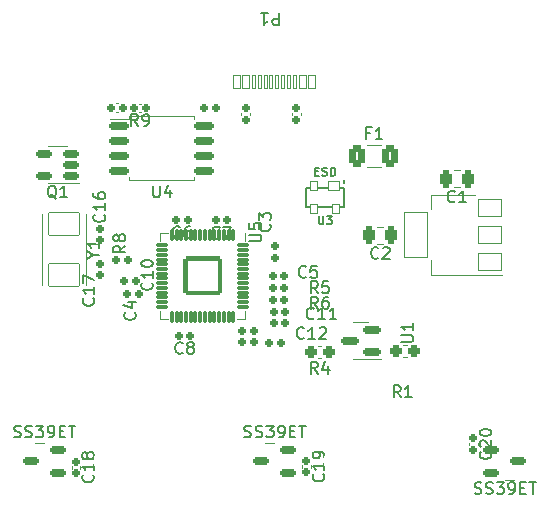
<source format=gbr>
%TF.GenerationSoftware,KiCad,Pcbnew,(7.0.0-0)*%
%TF.CreationDate,2023-03-14T21:41:36-05:00*%
%TF.ProjectId,RP2040_minimal,52503230-3430-45f6-9d69-6e696d616c2e,REV1*%
%TF.SameCoordinates,Original*%
%TF.FileFunction,Legend,Top*%
%TF.FilePolarity,Positive*%
%FSLAX46Y46*%
G04 Gerber Fmt 4.6, Leading zero omitted, Abs format (unit mm)*
G04 Created by KiCad (PCBNEW (7.0.0-0)) date 2023-03-14 21:41:36*
%MOMM*%
%LPD*%
G01*
G04 APERTURE LIST*
G04 Aperture macros list*
%AMRoundRect*
0 Rectangle with rounded corners*
0 $1 Rounding radius*
0 $2 $3 $4 $5 $6 $7 $8 $9 X,Y pos of 4 corners*
0 Add a 4 corners polygon primitive as box body*
4,1,4,$2,$3,$4,$5,$6,$7,$8,$9,$2,$3,0*
0 Add four circle primitives for the rounded corners*
1,1,$1+$1,$2,$3*
1,1,$1+$1,$4,$5*
1,1,$1+$1,$6,$7*
1,1,$1+$1,$8,$9*
0 Add four rect primitives between the rounded corners*
20,1,$1+$1,$2,$3,$4,$5,0*
20,1,$1+$1,$4,$5,$6,$7,0*
20,1,$1+$1,$6,$7,$8,$9,0*
20,1,$1+$1,$8,$9,$2,$3,0*%
G04 Aperture macros list end*
%ADD10C,0.150000*%
%ADD11C,0.120000*%
%ADD12RoundRect,0.294750X0.243750X0.456250X-0.243750X0.456250X-0.243750X-0.456250X0.243750X-0.456250X0*%
%ADD13RoundRect,0.198500X-0.147500X-0.172500X0.147500X-0.172500X0.147500X0.172500X-0.147500X0.172500X0*%
%ADD14RoundRect,0.198500X0.147500X0.172500X-0.147500X0.172500X-0.147500X-0.172500X0.147500X-0.172500X0*%
%ADD15RoundRect,0.051000X1.000000X0.750000X-1.000000X0.750000X-1.000000X-0.750000X1.000000X-0.750000X0*%
%ADD16RoundRect,0.051000X1.000000X1.900000X-1.000000X1.900000X-1.000000X-1.900000X1.000000X-1.900000X0*%
%ADD17RoundRect,0.201000X-0.650000X-0.150000X0.650000X-0.150000X0.650000X0.150000X-0.650000X0.150000X0*%
%ADD18RoundRect,0.198500X-0.172500X0.147500X-0.172500X-0.147500X0.172500X-0.147500X0.172500X0.147500X0*%
%ADD19RoundRect,0.101000X-0.050000X0.387500X-0.050000X-0.387500X0.050000X-0.387500X0.050000X0.387500X0*%
%ADD20RoundRect,0.101000X-0.387500X0.050000X-0.387500X-0.050000X0.387500X-0.050000X0.387500X0.050000X0*%
%ADD21RoundRect,0.195000X-1.456000X1.456000X-1.456000X-1.456000X1.456000X-1.456000X1.456000X1.456000X0*%
%ADD22RoundRect,0.198500X0.172500X-0.147500X0.172500X0.147500X-0.172500X0.147500X-0.172500X-0.147500X0*%
%ADD23RoundRect,0.051000X-1.300000X0.950000X-1.300000X-0.950000X1.300000X-0.950000X1.300000X0.950000X0*%
%ADD24RoundRect,0.191000X0.140000X0.170000X-0.140000X0.170000X-0.140000X-0.170000X0.140000X-0.170000X0*%
%ADD25RoundRect,0.201000X0.512500X0.150000X-0.512500X0.150000X-0.512500X-0.150000X0.512500X-0.150000X0*%
%ADD26RoundRect,0.276000X0.225000X0.250000X-0.225000X0.250000X-0.225000X-0.250000X0.225000X-0.250000X0*%
%ADD27RoundRect,0.201000X-0.512500X-0.150000X0.512500X-0.150000X0.512500X0.150000X-0.512500X0.150000X0*%
%ADD28RoundRect,0.050000X0.500000X0.350000X-0.500000X0.350000X-0.500000X-0.350000X0.500000X-0.350000X0*%
%ADD29RoundRect,0.050000X0.300000X0.350000X-0.300000X0.350000X-0.300000X-0.350000X0.300000X-0.350000X0*%
%ADD30RoundRect,0.201000X0.587500X0.150000X-0.587500X0.150000X-0.587500X-0.150000X0.587500X-0.150000X0*%
%ADD31RoundRect,0.191000X-0.170000X0.140000X-0.170000X-0.140000X0.170000X-0.140000X0.170000X0.140000X0*%
%ADD32RoundRect,0.191000X-0.140000X-0.170000X0.140000X-0.170000X0.140000X0.170000X-0.140000X0.170000X0*%
%ADD33RoundRect,0.051000X0.300000X0.575000X-0.300000X0.575000X-0.300000X-0.575000X0.300000X-0.575000X0*%
%ADD34RoundRect,0.051000X0.150000X0.575000X-0.150000X0.575000X-0.150000X-0.575000X0.150000X-0.575000X0*%
%ADD35O,1.102000X1.902000*%
%ADD36O,1.102000X2.302000*%
%ADD37RoundRect,0.301000X-0.375000X-0.625000X0.375000X-0.625000X0.375000X0.625000X-0.375000X0.625000X0*%
%ADD38C,3.302000*%
%ADD39C,1.802000*%
%ADD40C,4.402000*%
G04 APERTURE END LIST*
D10*
%TO.C,C2*%
X8803333Y17227858D02*
X8755714Y17180239D01*
X8755714Y17180239D02*
X8612857Y17132620D01*
X8612857Y17132620D02*
X8517619Y17132620D01*
X8517619Y17132620D02*
X8374762Y17180239D01*
X8374762Y17180239D02*
X8279524Y17275477D01*
X8279524Y17275477D02*
X8231905Y17370715D01*
X8231905Y17370715D02*
X8184286Y17561191D01*
X8184286Y17561191D02*
X8184286Y17704048D01*
X8184286Y17704048D02*
X8231905Y17894524D01*
X8231905Y17894524D02*
X8279524Y17989762D01*
X8279524Y17989762D02*
X8374762Y18085000D01*
X8374762Y18085000D02*
X8517619Y18132620D01*
X8517619Y18132620D02*
X8612857Y18132620D01*
X8612857Y18132620D02*
X8755714Y18085000D01*
X8755714Y18085000D02*
X8803333Y18037381D01*
X9184286Y18037381D02*
X9231905Y18085000D01*
X9231905Y18085000D02*
X9327143Y18132620D01*
X9327143Y18132620D02*
X9565238Y18132620D01*
X9565238Y18132620D02*
X9660476Y18085000D01*
X9660476Y18085000D02*
X9708095Y18037381D01*
X9708095Y18037381D02*
X9755714Y17942143D01*
X9755714Y17942143D02*
X9755714Y17846905D01*
X9755714Y17846905D02*
X9708095Y17704048D01*
X9708095Y17704048D02*
X9136667Y17132620D01*
X9136667Y17132620D02*
X9755714Y17132620D01*
%TO.C,C12*%
X2492142Y10456358D02*
X2444523Y10408739D01*
X2444523Y10408739D02*
X2301666Y10361120D01*
X2301666Y10361120D02*
X2206428Y10361120D01*
X2206428Y10361120D02*
X2063571Y10408739D01*
X2063571Y10408739D02*
X1968333Y10503977D01*
X1968333Y10503977D02*
X1920714Y10599215D01*
X1920714Y10599215D02*
X1873095Y10789691D01*
X1873095Y10789691D02*
X1873095Y10932548D01*
X1873095Y10932548D02*
X1920714Y11123024D01*
X1920714Y11123024D02*
X1968333Y11218262D01*
X1968333Y11218262D02*
X2063571Y11313500D01*
X2063571Y11313500D02*
X2206428Y11361120D01*
X2206428Y11361120D02*
X2301666Y11361120D01*
X2301666Y11361120D02*
X2444523Y11313500D01*
X2444523Y11313500D02*
X2492142Y11265881D01*
X3444523Y10361120D02*
X2873095Y10361120D01*
X3158809Y10361120D02*
X3158809Y11361120D01*
X3158809Y11361120D02*
X3063571Y11218262D01*
X3063571Y11218262D02*
X2968333Y11123024D01*
X2968333Y11123024D02*
X2873095Y11075405D01*
X3825476Y11265881D02*
X3873095Y11313500D01*
X3873095Y11313500D02*
X3968333Y11361120D01*
X3968333Y11361120D02*
X4206428Y11361120D01*
X4206428Y11361120D02*
X4301666Y11313500D01*
X4301666Y11313500D02*
X4349285Y11265881D01*
X4349285Y11265881D02*
X4396904Y11170643D01*
X4396904Y11170643D02*
X4396904Y11075405D01*
X4396904Y11075405D02*
X4349285Y10932548D01*
X4349285Y10932548D02*
X3777857Y10361120D01*
X3777857Y10361120D02*
X4396904Y10361120D01*
%TO.C,C11*%
X3342142Y12105358D02*
X3294523Y12057739D01*
X3294523Y12057739D02*
X3151666Y12010120D01*
X3151666Y12010120D02*
X3056428Y12010120D01*
X3056428Y12010120D02*
X2913571Y12057739D01*
X2913571Y12057739D02*
X2818333Y12152977D01*
X2818333Y12152977D02*
X2770714Y12248215D01*
X2770714Y12248215D02*
X2723095Y12438691D01*
X2723095Y12438691D02*
X2723095Y12581548D01*
X2723095Y12581548D02*
X2770714Y12772024D01*
X2770714Y12772024D02*
X2818333Y12867262D01*
X2818333Y12867262D02*
X2913571Y12962500D01*
X2913571Y12962500D02*
X3056428Y13010120D01*
X3056428Y13010120D02*
X3151666Y13010120D01*
X3151666Y13010120D02*
X3294523Y12962500D01*
X3294523Y12962500D02*
X3342142Y12914881D01*
X4294523Y12010120D02*
X3723095Y12010120D01*
X4008809Y12010120D02*
X4008809Y13010120D01*
X4008809Y13010120D02*
X3913571Y12867262D01*
X3913571Y12867262D02*
X3818333Y12772024D01*
X3818333Y12772024D02*
X3723095Y12724405D01*
X5246904Y12010120D02*
X4675476Y12010120D01*
X4961190Y12010120D02*
X4961190Y13010120D01*
X4961190Y13010120D02*
X4865952Y12867262D01*
X4865952Y12867262D02*
X4770714Y12772024D01*
X4770714Y12772024D02*
X4675476Y12724405D01*
%TO.C,C8*%
X-7766667Y9192858D02*
X-7814286Y9145239D01*
X-7814286Y9145239D02*
X-7957143Y9097620D01*
X-7957143Y9097620D02*
X-8052381Y9097620D01*
X-8052381Y9097620D02*
X-8195238Y9145239D01*
X-8195238Y9145239D02*
X-8290476Y9240477D01*
X-8290476Y9240477D02*
X-8338095Y9335715D01*
X-8338095Y9335715D02*
X-8385714Y9526191D01*
X-8385714Y9526191D02*
X-8385714Y9669048D01*
X-8385714Y9669048D02*
X-8338095Y9859524D01*
X-8338095Y9859524D02*
X-8290476Y9954762D01*
X-8290476Y9954762D02*
X-8195238Y10050000D01*
X-8195238Y10050000D02*
X-8052381Y10097620D01*
X-8052381Y10097620D02*
X-7957143Y10097620D01*
X-7957143Y10097620D02*
X-7814286Y10050000D01*
X-7814286Y10050000D02*
X-7766667Y10002381D01*
X-7195238Y9669048D02*
X-7290476Y9716667D01*
X-7290476Y9716667D02*
X-7338095Y9764286D01*
X-7338095Y9764286D02*
X-7385714Y9859524D01*
X-7385714Y9859524D02*
X-7385714Y9907143D01*
X-7385714Y9907143D02*
X-7338095Y10002381D01*
X-7338095Y10002381D02*
X-7290476Y10050000D01*
X-7290476Y10050000D02*
X-7195238Y10097620D01*
X-7195238Y10097620D02*
X-7004762Y10097620D01*
X-7004762Y10097620D02*
X-6909524Y10050000D01*
X-6909524Y10050000D02*
X-6861905Y10002381D01*
X-6861905Y10002381D02*
X-6814286Y9907143D01*
X-6814286Y9907143D02*
X-6814286Y9859524D01*
X-6814286Y9859524D02*
X-6861905Y9764286D01*
X-6861905Y9764286D02*
X-6909524Y9716667D01*
X-6909524Y9716667D02*
X-7004762Y9669048D01*
X-7004762Y9669048D02*
X-7195238Y9669048D01*
X-7195238Y9669048D02*
X-7290476Y9621429D01*
X-7290476Y9621429D02*
X-7338095Y9573810D01*
X-7338095Y9573810D02*
X-7385714Y9478572D01*
X-7385714Y9478572D02*
X-7385714Y9288096D01*
X-7385714Y9288096D02*
X-7338095Y9192858D01*
X-7338095Y9192858D02*
X-7290476Y9145239D01*
X-7290476Y9145239D02*
X-7195238Y9097620D01*
X-7195238Y9097620D02*
X-7004762Y9097620D01*
X-7004762Y9097620D02*
X-6909524Y9145239D01*
X-6909524Y9145239D02*
X-6861905Y9192858D01*
X-6861905Y9192858D02*
X-6814286Y9288096D01*
X-6814286Y9288096D02*
X-6814286Y9478572D01*
X-6814286Y9478572D02*
X-6861905Y9573810D01*
X-6861905Y9573810D02*
X-6909524Y9621429D01*
X-6909524Y9621429D02*
X-7004762Y9669048D01*
%TO.C,U1*%
X10747380Y10120596D02*
X11556904Y10120596D01*
X11556904Y10120596D02*
X11652142Y10168215D01*
X11652142Y10168215D02*
X11699761Y10215834D01*
X11699761Y10215834D02*
X11747380Y10311072D01*
X11747380Y10311072D02*
X11747380Y10501548D01*
X11747380Y10501548D02*
X11699761Y10596786D01*
X11699761Y10596786D02*
X11652142Y10644405D01*
X11652142Y10644405D02*
X11556904Y10692024D01*
X11556904Y10692024D02*
X10747380Y10692024D01*
X11747380Y11692024D02*
X11747380Y11120596D01*
X11747380Y11406310D02*
X10747380Y11406310D01*
X10747380Y11406310D02*
X10890238Y11311072D01*
X10890238Y11311072D02*
X10985476Y11215834D01*
X10985476Y11215834D02*
X11033095Y11120596D01*
%TO.C,U4*%
X-10279405Y23347620D02*
X-10279405Y22538096D01*
X-10279405Y22538096D02*
X-10231786Y22442858D01*
X-10231786Y22442858D02*
X-10184167Y22395239D01*
X-10184167Y22395239D02*
X-10088929Y22347620D01*
X-10088929Y22347620D02*
X-9898453Y22347620D01*
X-9898453Y22347620D02*
X-9803215Y22395239D01*
X-9803215Y22395239D02*
X-9755596Y22442858D01*
X-9755596Y22442858D02*
X-9707977Y22538096D01*
X-9707977Y22538096D02*
X-9707977Y23347620D01*
X-8803215Y23014286D02*
X-8803215Y22347620D01*
X-9041310Y23395239D02*
X-9279405Y22680953D01*
X-9279405Y22680953D02*
X-8660358Y22680953D01*
%TO.C,C17*%
X-15334377Y13811143D02*
X-15286758Y13763524D01*
X-15286758Y13763524D02*
X-15239139Y13620667D01*
X-15239139Y13620667D02*
X-15239139Y13525429D01*
X-15239139Y13525429D02*
X-15286758Y13382572D01*
X-15286758Y13382572D02*
X-15381996Y13287334D01*
X-15381996Y13287334D02*
X-15477234Y13239715D01*
X-15477234Y13239715D02*
X-15667710Y13192096D01*
X-15667710Y13192096D02*
X-15810567Y13192096D01*
X-15810567Y13192096D02*
X-16001043Y13239715D01*
X-16001043Y13239715D02*
X-16096281Y13287334D01*
X-16096281Y13287334D02*
X-16191519Y13382572D01*
X-16191519Y13382572D02*
X-16239139Y13525429D01*
X-16239139Y13525429D02*
X-16239139Y13620667D01*
X-16239139Y13620667D02*
X-16191519Y13763524D01*
X-16191519Y13763524D02*
X-16143900Y13811143D01*
X-15239139Y14763524D02*
X-15239139Y14192096D01*
X-15239139Y14477810D02*
X-16239139Y14477810D01*
X-16239139Y14477810D02*
X-16096281Y14382572D01*
X-16096281Y14382572D02*
X-16001043Y14287334D01*
X-16001043Y14287334D02*
X-15953424Y14192096D01*
X-16239139Y15096858D02*
X-16239139Y15763524D01*
X-16239139Y15763524D02*
X-15239139Y15334953D01*
%TO.C,C5*%
X2673333Y15642858D02*
X2625714Y15595239D01*
X2625714Y15595239D02*
X2482857Y15547620D01*
X2482857Y15547620D02*
X2387619Y15547620D01*
X2387619Y15547620D02*
X2244762Y15595239D01*
X2244762Y15595239D02*
X2149524Y15690477D01*
X2149524Y15690477D02*
X2101905Y15785715D01*
X2101905Y15785715D02*
X2054286Y15976191D01*
X2054286Y15976191D02*
X2054286Y16119048D01*
X2054286Y16119048D02*
X2101905Y16309524D01*
X2101905Y16309524D02*
X2149524Y16404762D01*
X2149524Y16404762D02*
X2244762Y16500000D01*
X2244762Y16500000D02*
X2387619Y16547620D01*
X2387619Y16547620D02*
X2482857Y16547620D01*
X2482857Y16547620D02*
X2625714Y16500000D01*
X2625714Y16500000D02*
X2673333Y16452381D01*
X3578095Y16547620D02*
X3101905Y16547620D01*
X3101905Y16547620D02*
X3054286Y16071429D01*
X3054286Y16071429D02*
X3101905Y16119048D01*
X3101905Y16119048D02*
X3197143Y16166667D01*
X3197143Y16166667D02*
X3435238Y16166667D01*
X3435238Y16166667D02*
X3530476Y16119048D01*
X3530476Y16119048D02*
X3578095Y16071429D01*
X3578095Y16071429D02*
X3625714Y15976191D01*
X3625714Y15976191D02*
X3625714Y15738096D01*
X3625714Y15738096D02*
X3578095Y15642858D01*
X3578095Y15642858D02*
X3530476Y15595239D01*
X3530476Y15595239D02*
X3435238Y15547620D01*
X3435238Y15547620D02*
X3197143Y15547620D01*
X3197143Y15547620D02*
X3101905Y15595239D01*
X3101905Y15595239D02*
X3054286Y15642858D01*
%TO.C,C7*%
X-4644167Y18960358D02*
X-4691786Y18912739D01*
X-4691786Y18912739D02*
X-4834643Y18865120D01*
X-4834643Y18865120D02*
X-4929881Y18865120D01*
X-4929881Y18865120D02*
X-5072738Y18912739D01*
X-5072738Y18912739D02*
X-5167976Y19007977D01*
X-5167976Y19007977D02*
X-5215595Y19103215D01*
X-5215595Y19103215D02*
X-5263214Y19293691D01*
X-5263214Y19293691D02*
X-5263214Y19436548D01*
X-5263214Y19436548D02*
X-5215595Y19627024D01*
X-5215595Y19627024D02*
X-5167976Y19722262D01*
X-5167976Y19722262D02*
X-5072738Y19817500D01*
X-5072738Y19817500D02*
X-4929881Y19865120D01*
X-4929881Y19865120D02*
X-4834643Y19865120D01*
X-4834643Y19865120D02*
X-4691786Y19817500D01*
X-4691786Y19817500D02*
X-4644167Y19769881D01*
X-4310833Y19865120D02*
X-3644167Y19865120D01*
X-3644167Y19865120D02*
X-4072738Y18865120D01*
%TO.C,C10*%
X-10367858Y15136143D02*
X-10320239Y15088524D01*
X-10320239Y15088524D02*
X-10272620Y14945667D01*
X-10272620Y14945667D02*
X-10272620Y14850429D01*
X-10272620Y14850429D02*
X-10320239Y14707572D01*
X-10320239Y14707572D02*
X-10415477Y14612334D01*
X-10415477Y14612334D02*
X-10510715Y14564715D01*
X-10510715Y14564715D02*
X-10701191Y14517096D01*
X-10701191Y14517096D02*
X-10844048Y14517096D01*
X-10844048Y14517096D02*
X-11034524Y14564715D01*
X-11034524Y14564715D02*
X-11129762Y14612334D01*
X-11129762Y14612334D02*
X-11225000Y14707572D01*
X-11225000Y14707572D02*
X-11272620Y14850429D01*
X-11272620Y14850429D02*
X-11272620Y14945667D01*
X-11272620Y14945667D02*
X-11225000Y15088524D01*
X-11225000Y15088524D02*
X-11177381Y15136143D01*
X-10272620Y16088524D02*
X-10272620Y15517096D01*
X-10272620Y15802810D02*
X-11272620Y15802810D01*
X-11272620Y15802810D02*
X-11129762Y15707572D01*
X-11129762Y15707572D02*
X-11034524Y15612334D01*
X-11034524Y15612334D02*
X-10986905Y15517096D01*
X-11272620Y16707572D02*
X-11272620Y16802810D01*
X-11272620Y16802810D02*
X-11225000Y16898048D01*
X-11225000Y16898048D02*
X-11177381Y16945667D01*
X-11177381Y16945667D02*
X-11082143Y16993286D01*
X-11082143Y16993286D02*
X-10891667Y17040905D01*
X-10891667Y17040905D02*
X-10653572Y17040905D01*
X-10653572Y17040905D02*
X-10463096Y16993286D01*
X-10463096Y16993286D02*
X-10367858Y16945667D01*
X-10367858Y16945667D02*
X-10320239Y16898048D01*
X-10320239Y16898048D02*
X-10272620Y16802810D01*
X-10272620Y16802810D02*
X-10272620Y16707572D01*
X-10272620Y16707572D02*
X-10320239Y16612334D01*
X-10320239Y16612334D02*
X-10367858Y16564715D01*
X-10367858Y16564715D02*
X-10463096Y16517096D01*
X-10463096Y16517096D02*
X-10653572Y16469477D01*
X-10653572Y16469477D02*
X-10891667Y16469477D01*
X-10891667Y16469477D02*
X-11082143Y16517096D01*
X-11082143Y16517096D02*
X-11177381Y16564715D01*
X-11177381Y16564715D02*
X-11225000Y16612334D01*
X-11225000Y16612334D02*
X-11272620Y16707572D01*
%TO.C,R5*%
X3674209Y14240120D02*
X3340876Y14716310D01*
X3102781Y14240120D02*
X3102781Y15240120D01*
X3102781Y15240120D02*
X3483733Y15240120D01*
X3483733Y15240120D02*
X3578971Y15192500D01*
X3578971Y15192500D02*
X3626590Y15144881D01*
X3626590Y15144881D02*
X3674209Y15049643D01*
X3674209Y15049643D02*
X3674209Y14906786D01*
X3674209Y14906786D02*
X3626590Y14811548D01*
X3626590Y14811548D02*
X3578971Y14763929D01*
X3578971Y14763929D02*
X3483733Y14716310D01*
X3483733Y14716310D02*
X3102781Y14716310D01*
X4578971Y15240120D02*
X4102781Y15240120D01*
X4102781Y15240120D02*
X4055162Y14763929D01*
X4055162Y14763929D02*
X4102781Y14811548D01*
X4102781Y14811548D02*
X4198019Y14859167D01*
X4198019Y14859167D02*
X4436114Y14859167D01*
X4436114Y14859167D02*
X4531352Y14811548D01*
X4531352Y14811548D02*
X4578971Y14763929D01*
X4578971Y14763929D02*
X4626590Y14668691D01*
X4626590Y14668691D02*
X4626590Y14430596D01*
X4626590Y14430596D02*
X4578971Y14335358D01*
X4578971Y14335358D02*
X4531352Y14287739D01*
X4531352Y14287739D02*
X4436114Y14240120D01*
X4436114Y14240120D02*
X4198019Y14240120D01*
X4198019Y14240120D02*
X4102781Y14287739D01*
X4102781Y14287739D02*
X4055162Y14335358D01*
%TO.C,C4*%
X-11827858Y12605834D02*
X-11780239Y12558215D01*
X-11780239Y12558215D02*
X-11732620Y12415358D01*
X-11732620Y12415358D02*
X-11732620Y12320120D01*
X-11732620Y12320120D02*
X-11780239Y12177263D01*
X-11780239Y12177263D02*
X-11875477Y12082025D01*
X-11875477Y12082025D02*
X-11970715Y12034406D01*
X-11970715Y12034406D02*
X-12161191Y11986787D01*
X-12161191Y11986787D02*
X-12304048Y11986787D01*
X-12304048Y11986787D02*
X-12494524Y12034406D01*
X-12494524Y12034406D02*
X-12589762Y12082025D01*
X-12589762Y12082025D02*
X-12685000Y12177263D01*
X-12685000Y12177263D02*
X-12732620Y12320120D01*
X-12732620Y12320120D02*
X-12732620Y12415358D01*
X-12732620Y12415358D02*
X-12685000Y12558215D01*
X-12685000Y12558215D02*
X-12637381Y12605834D01*
X-12399286Y13462977D02*
X-11732620Y13462977D01*
X-12780239Y13224882D02*
X-12065953Y12986787D01*
X-12065953Y12986787D02*
X-12065953Y13605834D01*
%TO.C,C1*%
X15283333Y22017858D02*
X15235714Y21970239D01*
X15235714Y21970239D02*
X15092857Y21922620D01*
X15092857Y21922620D02*
X14997619Y21922620D01*
X14997619Y21922620D02*
X14854762Y21970239D01*
X14854762Y21970239D02*
X14759524Y22065477D01*
X14759524Y22065477D02*
X14711905Y22160715D01*
X14711905Y22160715D02*
X14664286Y22351191D01*
X14664286Y22351191D02*
X14664286Y22494048D01*
X14664286Y22494048D02*
X14711905Y22684524D01*
X14711905Y22684524D02*
X14759524Y22779762D01*
X14759524Y22779762D02*
X14854762Y22875000D01*
X14854762Y22875000D02*
X14997619Y22922620D01*
X14997619Y22922620D02*
X15092857Y22922620D01*
X15092857Y22922620D02*
X15235714Y22875000D01*
X15235714Y22875000D02*
X15283333Y22827381D01*
X16235714Y21922620D02*
X15664286Y21922620D01*
X15950000Y21922620D02*
X15950000Y22922620D01*
X15950000Y22922620D02*
X15854762Y22779762D01*
X15854762Y22779762D02*
X15759524Y22684524D01*
X15759524Y22684524D02*
X15664286Y22636905D01*
%TO.C,C6*%
X-7994167Y18990358D02*
X-8041786Y18942739D01*
X-8041786Y18942739D02*
X-8184643Y18895120D01*
X-8184643Y18895120D02*
X-8279881Y18895120D01*
X-8279881Y18895120D02*
X-8422738Y18942739D01*
X-8422738Y18942739D02*
X-8517976Y19037977D01*
X-8517976Y19037977D02*
X-8565595Y19133215D01*
X-8565595Y19133215D02*
X-8613214Y19323691D01*
X-8613214Y19323691D02*
X-8613214Y19466548D01*
X-8613214Y19466548D02*
X-8565595Y19657024D01*
X-8565595Y19657024D02*
X-8517976Y19752262D01*
X-8517976Y19752262D02*
X-8422738Y19847500D01*
X-8422738Y19847500D02*
X-8279881Y19895120D01*
X-8279881Y19895120D02*
X-8184643Y19895120D01*
X-8184643Y19895120D02*
X-8041786Y19847500D01*
X-8041786Y19847500D02*
X-7994167Y19799881D01*
X-7137024Y19895120D02*
X-7327500Y19895120D01*
X-7327500Y19895120D02*
X-7422738Y19847500D01*
X-7422738Y19847500D02*
X-7470357Y19799881D01*
X-7470357Y19799881D02*
X-7565595Y19657024D01*
X-7565595Y19657024D02*
X-7613214Y19466548D01*
X-7613214Y19466548D02*
X-7613214Y19085596D01*
X-7613214Y19085596D02*
X-7565595Y18990358D01*
X-7565595Y18990358D02*
X-7517976Y18942739D01*
X-7517976Y18942739D02*
X-7422738Y18895120D01*
X-7422738Y18895120D02*
X-7232262Y18895120D01*
X-7232262Y18895120D02*
X-7137024Y18942739D01*
X-7137024Y18942739D02*
X-7089405Y18990358D01*
X-7089405Y18990358D02*
X-7041786Y19085596D01*
X-7041786Y19085596D02*
X-7041786Y19323691D01*
X-7041786Y19323691D02*
X-7089405Y19418929D01*
X-7089405Y19418929D02*
X-7137024Y19466548D01*
X-7137024Y19466548D02*
X-7232262Y19514167D01*
X-7232262Y19514167D02*
X-7422738Y19514167D01*
X-7422738Y19514167D02*
X-7517976Y19466548D01*
X-7517976Y19466548D02*
X-7565595Y19418929D01*
X-7565595Y19418929D02*
X-7613214Y19323691D01*
%TO.C,U5*%
X-2117620Y18633096D02*
X-1308096Y18633096D01*
X-1308096Y18633096D02*
X-1212858Y18680715D01*
X-1212858Y18680715D02*
X-1165239Y18728334D01*
X-1165239Y18728334D02*
X-1117620Y18823572D01*
X-1117620Y18823572D02*
X-1117620Y19014048D01*
X-1117620Y19014048D02*
X-1165239Y19109286D01*
X-1165239Y19109286D02*
X-1212858Y19156905D01*
X-1212858Y19156905D02*
X-1308096Y19204524D01*
X-1308096Y19204524D02*
X-2117620Y19204524D01*
X-2117620Y20156905D02*
X-2117620Y19680715D01*
X-2117620Y19680715D02*
X-1641429Y19633096D01*
X-1641429Y19633096D02*
X-1689048Y19680715D01*
X-1689048Y19680715D02*
X-1736667Y19775953D01*
X-1736667Y19775953D02*
X-1736667Y20014048D01*
X-1736667Y20014048D02*
X-1689048Y20109286D01*
X-1689048Y20109286D02*
X-1641429Y20156905D01*
X-1641429Y20156905D02*
X-1546191Y20204524D01*
X-1546191Y20204524D02*
X-1308096Y20204524D01*
X-1308096Y20204524D02*
X-1212858Y20156905D01*
X-1212858Y20156905D02*
X-1165239Y20109286D01*
X-1165239Y20109286D02*
X-1117620Y20014048D01*
X-1117620Y20014048D02*
X-1117620Y19775953D01*
X-1117620Y19775953D02*
X-1165239Y19680715D01*
X-1165239Y19680715D02*
X-1212858Y19633096D01*
%TO.C,C16*%
X-14420377Y20881143D02*
X-14372758Y20833524D01*
X-14372758Y20833524D02*
X-14325139Y20690667D01*
X-14325139Y20690667D02*
X-14325139Y20595429D01*
X-14325139Y20595429D02*
X-14372758Y20452572D01*
X-14372758Y20452572D02*
X-14467996Y20357334D01*
X-14467996Y20357334D02*
X-14563234Y20309715D01*
X-14563234Y20309715D02*
X-14753710Y20262096D01*
X-14753710Y20262096D02*
X-14896567Y20262096D01*
X-14896567Y20262096D02*
X-15087043Y20309715D01*
X-15087043Y20309715D02*
X-15182281Y20357334D01*
X-15182281Y20357334D02*
X-15277519Y20452572D01*
X-15277519Y20452572D02*
X-15325139Y20595429D01*
X-15325139Y20595429D02*
X-15325139Y20690667D01*
X-15325139Y20690667D02*
X-15277519Y20833524D01*
X-15277519Y20833524D02*
X-15229900Y20881143D01*
X-14325139Y21833524D02*
X-14325139Y21262096D01*
X-14325139Y21547810D02*
X-15325139Y21547810D01*
X-15325139Y21547810D02*
X-15182281Y21452572D01*
X-15182281Y21452572D02*
X-15087043Y21357334D01*
X-15087043Y21357334D02*
X-15039424Y21262096D01*
X-15325139Y22690667D02*
X-15325139Y22500191D01*
X-15325139Y22500191D02*
X-15277519Y22404953D01*
X-15277519Y22404953D02*
X-15229900Y22357334D01*
X-15229900Y22357334D02*
X-15087043Y22262096D01*
X-15087043Y22262096D02*
X-14896567Y22214477D01*
X-14896567Y22214477D02*
X-14515615Y22214477D01*
X-14515615Y22214477D02*
X-14420377Y22262096D01*
X-14420377Y22262096D02*
X-14372758Y22309715D01*
X-14372758Y22309715D02*
X-14325139Y22404953D01*
X-14325139Y22404953D02*
X-14325139Y22595429D01*
X-14325139Y22595429D02*
X-14372758Y22690667D01*
X-14372758Y22690667D02*
X-14420377Y22738286D01*
X-14420377Y22738286D02*
X-14515615Y22785905D01*
X-14515615Y22785905D02*
X-14753710Y22785905D01*
X-14753710Y22785905D02*
X-14848948Y22738286D01*
X-14848948Y22738286D02*
X-14896567Y22690667D01*
X-14896567Y22690667D02*
X-14944186Y22595429D01*
X-14944186Y22595429D02*
X-14944186Y22404953D01*
X-14944186Y22404953D02*
X-14896567Y22309715D01*
X-14896567Y22309715D02*
X-14848948Y22262096D01*
X-14848948Y22262096D02*
X-14753710Y22214477D01*
%TO.C,R6*%
X3674209Y12940120D02*
X3340876Y13416310D01*
X3102781Y12940120D02*
X3102781Y13940120D01*
X3102781Y13940120D02*
X3483733Y13940120D01*
X3483733Y13940120D02*
X3578971Y13892500D01*
X3578971Y13892500D02*
X3626590Y13844881D01*
X3626590Y13844881D02*
X3674209Y13749643D01*
X3674209Y13749643D02*
X3674209Y13606786D01*
X3674209Y13606786D02*
X3626590Y13511548D01*
X3626590Y13511548D02*
X3578971Y13463929D01*
X3578971Y13463929D02*
X3483733Y13416310D01*
X3483733Y13416310D02*
X3102781Y13416310D01*
X4531352Y13940120D02*
X4340876Y13940120D01*
X4340876Y13940120D02*
X4245638Y13892500D01*
X4245638Y13892500D02*
X4198019Y13844881D01*
X4198019Y13844881D02*
X4102781Y13702024D01*
X4102781Y13702024D02*
X4055162Y13511548D01*
X4055162Y13511548D02*
X4055162Y13130596D01*
X4055162Y13130596D02*
X4102781Y13035358D01*
X4102781Y13035358D02*
X4150400Y12987739D01*
X4150400Y12987739D02*
X4245638Y12940120D01*
X4245638Y12940120D02*
X4436114Y12940120D01*
X4436114Y12940120D02*
X4531352Y12987739D01*
X4531352Y12987739D02*
X4578971Y13035358D01*
X4578971Y13035358D02*
X4626590Y13130596D01*
X4626590Y13130596D02*
X4626590Y13368691D01*
X4626590Y13368691D02*
X4578971Y13463929D01*
X4578971Y13463929D02*
X4531352Y13511548D01*
X4531352Y13511548D02*
X4436114Y13559167D01*
X4436114Y13559167D02*
X4245638Y13559167D01*
X4245638Y13559167D02*
X4150400Y13511548D01*
X4150400Y13511548D02*
X4102781Y13463929D01*
X4102781Y13463929D02*
X4055162Y13368691D01*
%TO.C,C3*%
X-407858Y20088334D02*
X-360239Y20040715D01*
X-360239Y20040715D02*
X-312620Y19897858D01*
X-312620Y19897858D02*
X-312620Y19802620D01*
X-312620Y19802620D02*
X-360239Y19659763D01*
X-360239Y19659763D02*
X-455477Y19564525D01*
X-455477Y19564525D02*
X-550715Y19516906D01*
X-550715Y19516906D02*
X-741191Y19469287D01*
X-741191Y19469287D02*
X-884048Y19469287D01*
X-884048Y19469287D02*
X-1074524Y19516906D01*
X-1074524Y19516906D02*
X-1169762Y19564525D01*
X-1169762Y19564525D02*
X-1265000Y19659763D01*
X-1265000Y19659763D02*
X-1312620Y19802620D01*
X-1312620Y19802620D02*
X-1312620Y19897858D01*
X-1312620Y19897858D02*
X-1265000Y20040715D01*
X-1265000Y20040715D02*
X-1217381Y20088334D01*
X-1312620Y20421668D02*
X-1312620Y21040715D01*
X-1312620Y21040715D02*
X-931667Y20707382D01*
X-931667Y20707382D02*
X-931667Y20850239D01*
X-931667Y20850239D02*
X-884048Y20945477D01*
X-884048Y20945477D02*
X-836429Y20993096D01*
X-836429Y20993096D02*
X-741191Y21040715D01*
X-741191Y21040715D02*
X-503096Y21040715D01*
X-503096Y21040715D02*
X-407858Y20993096D01*
X-407858Y20993096D02*
X-360239Y20945477D01*
X-360239Y20945477D02*
X-312620Y20850239D01*
X-312620Y20850239D02*
X-312620Y20564525D01*
X-312620Y20564525D02*
X-360239Y20469287D01*
X-360239Y20469287D02*
X-407858Y20421668D01*
%TO.C,R8*%
X-12625139Y18257334D02*
X-13101329Y17924001D01*
X-12625139Y17685906D02*
X-13625139Y17685906D01*
X-13625139Y17685906D02*
X-13625139Y18066858D01*
X-13625139Y18066858D02*
X-13577519Y18162096D01*
X-13577519Y18162096D02*
X-13529900Y18209715D01*
X-13529900Y18209715D02*
X-13434662Y18257334D01*
X-13434662Y18257334D02*
X-13291805Y18257334D01*
X-13291805Y18257334D02*
X-13196567Y18209715D01*
X-13196567Y18209715D02*
X-13148948Y18162096D01*
X-13148948Y18162096D02*
X-13101329Y18066858D01*
X-13101329Y18066858D02*
X-13101329Y17685906D01*
X-13196567Y18828763D02*
X-13244186Y18733525D01*
X-13244186Y18733525D02*
X-13291805Y18685906D01*
X-13291805Y18685906D02*
X-13387043Y18638287D01*
X-13387043Y18638287D02*
X-13434662Y18638287D01*
X-13434662Y18638287D02*
X-13529900Y18685906D01*
X-13529900Y18685906D02*
X-13577519Y18733525D01*
X-13577519Y18733525D02*
X-13625139Y18828763D01*
X-13625139Y18828763D02*
X-13625139Y19019239D01*
X-13625139Y19019239D02*
X-13577519Y19114477D01*
X-13577519Y19114477D02*
X-13529900Y19162096D01*
X-13529900Y19162096D02*
X-13434662Y19209715D01*
X-13434662Y19209715D02*
X-13387043Y19209715D01*
X-13387043Y19209715D02*
X-13291805Y19162096D01*
X-13291805Y19162096D02*
X-13244186Y19114477D01*
X-13244186Y19114477D02*
X-13196567Y19019239D01*
X-13196567Y19019239D02*
X-13196567Y18828763D01*
X-13196567Y18828763D02*
X-13148948Y18733525D01*
X-13148948Y18733525D02*
X-13101329Y18685906D01*
X-13101329Y18685906D02*
X-13006091Y18638287D01*
X-13006091Y18638287D02*
X-12815615Y18638287D01*
X-12815615Y18638287D02*
X-12720377Y18685906D01*
X-12720377Y18685906D02*
X-12672758Y18733525D01*
X-12672758Y18733525D02*
X-12625139Y18828763D01*
X-12625139Y18828763D02*
X-12625139Y19019239D01*
X-12625139Y19019239D02*
X-12672758Y19114477D01*
X-12672758Y19114477D02*
X-12720377Y19162096D01*
X-12720377Y19162096D02*
X-12815615Y19209715D01*
X-12815615Y19209715D02*
X-13006091Y19209715D01*
X-13006091Y19209715D02*
X-13101329Y19162096D01*
X-13101329Y19162096D02*
X-13148948Y19114477D01*
X-13148948Y19114477D02*
X-13196567Y19019239D01*
%TO.C,Y1*%
X-15325648Y17486310D02*
X-14849458Y17486310D01*
X-15849458Y17152977D02*
X-15325648Y17486310D01*
X-15325648Y17486310D02*
X-15849458Y17819643D01*
X-14849458Y18676786D02*
X-14849458Y18105358D01*
X-14849458Y18391072D02*
X-15849458Y18391072D01*
X-15849458Y18391072D02*
X-15706600Y18295834D01*
X-15706600Y18295834D02*
X-15611362Y18200596D01*
X-15611362Y18200596D02*
X-15563743Y18105358D01*
%TO.C,R9*%
X-11556667Y28402620D02*
X-11890000Y28878810D01*
X-12128095Y28402620D02*
X-12128095Y29402620D01*
X-12128095Y29402620D02*
X-11747143Y29402620D01*
X-11747143Y29402620D02*
X-11651905Y29355000D01*
X-11651905Y29355000D02*
X-11604286Y29307381D01*
X-11604286Y29307381D02*
X-11556667Y29212143D01*
X-11556667Y29212143D02*
X-11556667Y29069286D01*
X-11556667Y29069286D02*
X-11604286Y28974048D01*
X-11604286Y28974048D02*
X-11651905Y28926429D01*
X-11651905Y28926429D02*
X-11747143Y28878810D01*
X-11747143Y28878810D02*
X-12128095Y28878810D01*
X-11080476Y28402620D02*
X-10890000Y28402620D01*
X-10890000Y28402620D02*
X-10794762Y28450239D01*
X-10794762Y28450239D02*
X-10747143Y28497858D01*
X-10747143Y28497858D02*
X-10651905Y28640715D01*
X-10651905Y28640715D02*
X-10604286Y28831191D01*
X-10604286Y28831191D02*
X-10604286Y29212143D01*
X-10604286Y29212143D02*
X-10651905Y29307381D01*
X-10651905Y29307381D02*
X-10699524Y29355000D01*
X-10699524Y29355000D02*
X-10794762Y29402620D01*
X-10794762Y29402620D02*
X-10985238Y29402620D01*
X-10985238Y29402620D02*
X-11080476Y29355000D01*
X-11080476Y29355000D02*
X-11128095Y29307381D01*
X-11128095Y29307381D02*
X-11175714Y29212143D01*
X-11175714Y29212143D02*
X-11175714Y28974048D01*
X-11175714Y28974048D02*
X-11128095Y28878810D01*
X-11128095Y28878810D02*
X-11080476Y28831191D01*
X-11080476Y28831191D02*
X-10985238Y28783572D01*
X-10985238Y28783572D02*
X-10794762Y28783572D01*
X-10794762Y28783572D02*
X-10699524Y28831191D01*
X-10699524Y28831191D02*
X-10651905Y28878810D01*
X-10651905Y28878810D02*
X-10604286Y28974048D01*
%TO.C,Q1*%
X-18452739Y22247381D02*
X-18547977Y22295000D01*
X-18547977Y22295000D02*
X-18643215Y22390239D01*
X-18643215Y22390239D02*
X-18786072Y22533096D01*
X-18786072Y22533096D02*
X-18881310Y22580715D01*
X-18881310Y22580715D02*
X-18976548Y22580715D01*
X-18928929Y22342620D02*
X-19024167Y22390239D01*
X-19024167Y22390239D02*
X-19119405Y22485477D01*
X-19119405Y22485477D02*
X-19167024Y22675953D01*
X-19167024Y22675953D02*
X-19167024Y23009286D01*
X-19167024Y23009286D02*
X-19119405Y23199762D01*
X-19119405Y23199762D02*
X-19024167Y23295000D01*
X-19024167Y23295000D02*
X-18928929Y23342620D01*
X-18928929Y23342620D02*
X-18738453Y23342620D01*
X-18738453Y23342620D02*
X-18643215Y23295000D01*
X-18643215Y23295000D02*
X-18547977Y23199762D01*
X-18547977Y23199762D02*
X-18500358Y23009286D01*
X-18500358Y23009286D02*
X-18500358Y22675953D01*
X-18500358Y22675953D02*
X-18547977Y22485477D01*
X-18547977Y22485477D02*
X-18643215Y22390239D01*
X-18643215Y22390239D02*
X-18738453Y22342620D01*
X-18738453Y22342620D02*
X-18928929Y22342620D01*
X-17547977Y22342620D02*
X-18119405Y22342620D01*
X-17833691Y22342620D02*
X-17833691Y23342620D01*
X-17833691Y23342620D02*
X-17928929Y23199762D01*
X-17928929Y23199762D02*
X-18024167Y23104524D01*
X-18024167Y23104524D02*
X-18119405Y23056905D01*
%TO.C,R4*%
X3668333Y7422620D02*
X3335000Y7898810D01*
X3096905Y7422620D02*
X3096905Y8422620D01*
X3096905Y8422620D02*
X3477857Y8422620D01*
X3477857Y8422620D02*
X3573095Y8375000D01*
X3573095Y8375000D02*
X3620714Y8327381D01*
X3620714Y8327381D02*
X3668333Y8232143D01*
X3668333Y8232143D02*
X3668333Y8089286D01*
X3668333Y8089286D02*
X3620714Y7994048D01*
X3620714Y7994048D02*
X3573095Y7946429D01*
X3573095Y7946429D02*
X3477857Y7898810D01*
X3477857Y7898810D02*
X3096905Y7898810D01*
X4525476Y8089286D02*
X4525476Y7422620D01*
X4287381Y8470239D02*
X4049286Y7755953D01*
X4049286Y7755953D02*
X4668333Y7755953D01*
%TO.C,S3*%
X16952381Y-2719761D02*
X17095238Y-2767380D01*
X17095238Y-2767380D02*
X17333333Y-2767380D01*
X17333333Y-2767380D02*
X17428571Y-2719761D01*
X17428571Y-2719761D02*
X17476190Y-2672142D01*
X17476190Y-2672142D02*
X17523809Y-2576904D01*
X17523809Y-2576904D02*
X17523809Y-2481666D01*
X17523809Y-2481666D02*
X17476190Y-2386428D01*
X17476190Y-2386428D02*
X17428571Y-2338809D01*
X17428571Y-2338809D02*
X17333333Y-2291190D01*
X17333333Y-2291190D02*
X17142857Y-2243571D01*
X17142857Y-2243571D02*
X17047619Y-2195952D01*
X17047619Y-2195952D02*
X17000000Y-2148333D01*
X17000000Y-2148333D02*
X16952381Y-2053095D01*
X16952381Y-2053095D02*
X16952381Y-1957857D01*
X16952381Y-1957857D02*
X17000000Y-1862619D01*
X17000000Y-1862619D02*
X17047619Y-1815000D01*
X17047619Y-1815000D02*
X17142857Y-1767380D01*
X17142857Y-1767380D02*
X17380952Y-1767380D01*
X17380952Y-1767380D02*
X17523809Y-1815000D01*
X17904762Y-2719761D02*
X18047619Y-2767380D01*
X18047619Y-2767380D02*
X18285714Y-2767380D01*
X18285714Y-2767380D02*
X18380952Y-2719761D01*
X18380952Y-2719761D02*
X18428571Y-2672142D01*
X18428571Y-2672142D02*
X18476190Y-2576904D01*
X18476190Y-2576904D02*
X18476190Y-2481666D01*
X18476190Y-2481666D02*
X18428571Y-2386428D01*
X18428571Y-2386428D02*
X18380952Y-2338809D01*
X18380952Y-2338809D02*
X18285714Y-2291190D01*
X18285714Y-2291190D02*
X18095238Y-2243571D01*
X18095238Y-2243571D02*
X18000000Y-2195952D01*
X18000000Y-2195952D02*
X17952381Y-2148333D01*
X17952381Y-2148333D02*
X17904762Y-2053095D01*
X17904762Y-2053095D02*
X17904762Y-1957857D01*
X17904762Y-1957857D02*
X17952381Y-1862619D01*
X17952381Y-1862619D02*
X18000000Y-1815000D01*
X18000000Y-1815000D02*
X18095238Y-1767380D01*
X18095238Y-1767380D02*
X18333333Y-1767380D01*
X18333333Y-1767380D02*
X18476190Y-1815000D01*
X18809524Y-1767380D02*
X19428571Y-1767380D01*
X19428571Y-1767380D02*
X19095238Y-2148333D01*
X19095238Y-2148333D02*
X19238095Y-2148333D01*
X19238095Y-2148333D02*
X19333333Y-2195952D01*
X19333333Y-2195952D02*
X19380952Y-2243571D01*
X19380952Y-2243571D02*
X19428571Y-2338809D01*
X19428571Y-2338809D02*
X19428571Y-2576904D01*
X19428571Y-2576904D02*
X19380952Y-2672142D01*
X19380952Y-2672142D02*
X19333333Y-2719761D01*
X19333333Y-2719761D02*
X19238095Y-2767380D01*
X19238095Y-2767380D02*
X18952381Y-2767380D01*
X18952381Y-2767380D02*
X18857143Y-2719761D01*
X18857143Y-2719761D02*
X18809524Y-2672142D01*
X19904762Y-2767380D02*
X20095238Y-2767380D01*
X20095238Y-2767380D02*
X20190476Y-2719761D01*
X20190476Y-2719761D02*
X20238095Y-2672142D01*
X20238095Y-2672142D02*
X20333333Y-2529285D01*
X20333333Y-2529285D02*
X20380952Y-2338809D01*
X20380952Y-2338809D02*
X20380952Y-1957857D01*
X20380952Y-1957857D02*
X20333333Y-1862619D01*
X20333333Y-1862619D02*
X20285714Y-1815000D01*
X20285714Y-1815000D02*
X20190476Y-1767380D01*
X20190476Y-1767380D02*
X20000000Y-1767380D01*
X20000000Y-1767380D02*
X19904762Y-1815000D01*
X19904762Y-1815000D02*
X19857143Y-1862619D01*
X19857143Y-1862619D02*
X19809524Y-1957857D01*
X19809524Y-1957857D02*
X19809524Y-2195952D01*
X19809524Y-2195952D02*
X19857143Y-2291190D01*
X19857143Y-2291190D02*
X19904762Y-2338809D01*
X19904762Y-2338809D02*
X20000000Y-2386428D01*
X20000000Y-2386428D02*
X20190476Y-2386428D01*
X20190476Y-2386428D02*
X20285714Y-2338809D01*
X20285714Y-2338809D02*
X20333333Y-2291190D01*
X20333333Y-2291190D02*
X20380952Y-2195952D01*
X20809524Y-2243571D02*
X21142857Y-2243571D01*
X21285714Y-2767380D02*
X20809524Y-2767380D01*
X20809524Y-2767380D02*
X20809524Y-1767380D01*
X20809524Y-1767380D02*
X21285714Y-1767380D01*
X21571429Y-1767380D02*
X22142857Y-1767380D01*
X21857143Y-2767380D02*
X21857143Y-1767380D01*
%TO.C,R1*%
X10683333Y5425120D02*
X10350000Y5901310D01*
X10111905Y5425120D02*
X10111905Y6425120D01*
X10111905Y6425120D02*
X10492857Y6425120D01*
X10492857Y6425120D02*
X10588095Y6377500D01*
X10588095Y6377500D02*
X10635714Y6329881D01*
X10635714Y6329881D02*
X10683333Y6234643D01*
X10683333Y6234643D02*
X10683333Y6091786D01*
X10683333Y6091786D02*
X10635714Y5996548D01*
X10635714Y5996548D02*
X10588095Y5948929D01*
X10588095Y5948929D02*
X10492857Y5901310D01*
X10492857Y5901310D02*
X10111905Y5901310D01*
X11635714Y5425120D02*
X11064286Y5425120D01*
X11350000Y5425120D02*
X11350000Y6425120D01*
X11350000Y6425120D02*
X11254762Y6282262D01*
X11254762Y6282262D02*
X11159524Y6187024D01*
X11159524Y6187024D02*
X11064286Y6139405D01*
%TO.C,U3*%
X3756666Y20777834D02*
X3756666Y20211167D01*
X3756666Y20211167D02*
X3790000Y20144500D01*
X3790000Y20144500D02*
X3823333Y20111167D01*
X3823333Y20111167D02*
X3890000Y20077834D01*
X3890000Y20077834D02*
X4023333Y20077834D01*
X4023333Y20077834D02*
X4090000Y20111167D01*
X4090000Y20111167D02*
X4123333Y20144500D01*
X4123333Y20144500D02*
X4156666Y20211167D01*
X4156666Y20211167D02*
X4156666Y20777834D01*
X4423333Y20777834D02*
X4856666Y20777834D01*
X4856666Y20777834D02*
X4623333Y20511167D01*
X4623333Y20511167D02*
X4723333Y20511167D01*
X4723333Y20511167D02*
X4789999Y20477834D01*
X4789999Y20477834D02*
X4823333Y20444500D01*
X4823333Y20444500D02*
X4856666Y20377834D01*
X4856666Y20377834D02*
X4856666Y20211167D01*
X4856666Y20211167D02*
X4823333Y20144500D01*
X4823333Y20144500D02*
X4789999Y20111167D01*
X4789999Y20111167D02*
X4723333Y20077834D01*
X4723333Y20077834D02*
X4523333Y20077834D01*
X4523333Y20077834D02*
X4456666Y20111167D01*
X4456666Y20111167D02*
X4423333Y20144500D01*
X3456666Y24544500D02*
X3690000Y24544500D01*
X3790000Y24177834D02*
X3456666Y24177834D01*
X3456666Y24177834D02*
X3456666Y24877834D01*
X3456666Y24877834D02*
X3790000Y24877834D01*
X4056666Y24211167D02*
X4156666Y24177834D01*
X4156666Y24177834D02*
X4323333Y24177834D01*
X4323333Y24177834D02*
X4389999Y24211167D01*
X4389999Y24211167D02*
X4423333Y24244500D01*
X4423333Y24244500D02*
X4456666Y24311167D01*
X4456666Y24311167D02*
X4456666Y24377834D01*
X4456666Y24377834D02*
X4423333Y24444500D01*
X4423333Y24444500D02*
X4389999Y24477834D01*
X4389999Y24477834D02*
X4323333Y24511167D01*
X4323333Y24511167D02*
X4189999Y24544500D01*
X4189999Y24544500D02*
X4123333Y24577834D01*
X4123333Y24577834D02*
X4089999Y24611167D01*
X4089999Y24611167D02*
X4056666Y24677834D01*
X4056666Y24677834D02*
X4056666Y24744500D01*
X4056666Y24744500D02*
X4089999Y24811167D01*
X4089999Y24811167D02*
X4123333Y24844500D01*
X4123333Y24844500D02*
X4189999Y24877834D01*
X4189999Y24877834D02*
X4356666Y24877834D01*
X4356666Y24877834D02*
X4456666Y24844500D01*
X4756666Y24177834D02*
X4756666Y24877834D01*
X4756666Y24877834D02*
X4923333Y24877834D01*
X4923333Y24877834D02*
X5023333Y24844500D01*
X5023333Y24844500D02*
X5090000Y24777834D01*
X5090000Y24777834D02*
X5123333Y24711167D01*
X5123333Y24711167D02*
X5156666Y24577834D01*
X5156666Y24577834D02*
X5156666Y24477834D01*
X5156666Y24477834D02*
X5123333Y24344500D01*
X5123333Y24344500D02*
X5090000Y24277834D01*
X5090000Y24277834D02*
X5023333Y24211167D01*
X5023333Y24211167D02*
X4923333Y24177834D01*
X4923333Y24177834D02*
X4756666Y24177834D01*
%TO.C,S2*%
X-2547619Y2080239D02*
X-2404762Y2032620D01*
X-2404762Y2032620D02*
X-2166667Y2032620D01*
X-2166667Y2032620D02*
X-2071429Y2080239D01*
X-2071429Y2080239D02*
X-2023810Y2127858D01*
X-2023810Y2127858D02*
X-1976191Y2223096D01*
X-1976191Y2223096D02*
X-1976191Y2318334D01*
X-1976191Y2318334D02*
X-2023810Y2413572D01*
X-2023810Y2413572D02*
X-2071429Y2461191D01*
X-2071429Y2461191D02*
X-2166667Y2508810D01*
X-2166667Y2508810D02*
X-2357143Y2556429D01*
X-2357143Y2556429D02*
X-2452381Y2604048D01*
X-2452381Y2604048D02*
X-2500000Y2651667D01*
X-2500000Y2651667D02*
X-2547619Y2746905D01*
X-2547619Y2746905D02*
X-2547619Y2842143D01*
X-2547619Y2842143D02*
X-2500000Y2937381D01*
X-2500000Y2937381D02*
X-2452381Y2985000D01*
X-2452381Y2985000D02*
X-2357143Y3032620D01*
X-2357143Y3032620D02*
X-2119048Y3032620D01*
X-2119048Y3032620D02*
X-1976191Y2985000D01*
X-1595238Y2080239D02*
X-1452381Y2032620D01*
X-1452381Y2032620D02*
X-1214286Y2032620D01*
X-1214286Y2032620D02*
X-1119048Y2080239D01*
X-1119048Y2080239D02*
X-1071429Y2127858D01*
X-1071429Y2127858D02*
X-1023810Y2223096D01*
X-1023810Y2223096D02*
X-1023810Y2318334D01*
X-1023810Y2318334D02*
X-1071429Y2413572D01*
X-1071429Y2413572D02*
X-1119048Y2461191D01*
X-1119048Y2461191D02*
X-1214286Y2508810D01*
X-1214286Y2508810D02*
X-1404762Y2556429D01*
X-1404762Y2556429D02*
X-1500000Y2604048D01*
X-1500000Y2604048D02*
X-1547619Y2651667D01*
X-1547619Y2651667D02*
X-1595238Y2746905D01*
X-1595238Y2746905D02*
X-1595238Y2842143D01*
X-1595238Y2842143D02*
X-1547619Y2937381D01*
X-1547619Y2937381D02*
X-1500000Y2985000D01*
X-1500000Y2985000D02*
X-1404762Y3032620D01*
X-1404762Y3032620D02*
X-1166667Y3032620D01*
X-1166667Y3032620D02*
X-1023810Y2985000D01*
X-690476Y3032620D02*
X-71429Y3032620D01*
X-71429Y3032620D02*
X-404762Y2651667D01*
X-404762Y2651667D02*
X-261905Y2651667D01*
X-261905Y2651667D02*
X-166667Y2604048D01*
X-166667Y2604048D02*
X-119048Y2556429D01*
X-119048Y2556429D02*
X-71429Y2461191D01*
X-71429Y2461191D02*
X-71429Y2223096D01*
X-71429Y2223096D02*
X-119048Y2127858D01*
X-119048Y2127858D02*
X-166667Y2080239D01*
X-166667Y2080239D02*
X-261905Y2032620D01*
X-261905Y2032620D02*
X-547619Y2032620D01*
X-547619Y2032620D02*
X-642857Y2080239D01*
X-642857Y2080239D02*
X-690476Y2127858D01*
X404762Y2032620D02*
X595238Y2032620D01*
X595238Y2032620D02*
X690476Y2080239D01*
X690476Y2080239D02*
X738095Y2127858D01*
X738095Y2127858D02*
X833333Y2270715D01*
X833333Y2270715D02*
X880952Y2461191D01*
X880952Y2461191D02*
X880952Y2842143D01*
X880952Y2842143D02*
X833333Y2937381D01*
X833333Y2937381D02*
X785714Y2985000D01*
X785714Y2985000D02*
X690476Y3032620D01*
X690476Y3032620D02*
X500000Y3032620D01*
X500000Y3032620D02*
X404762Y2985000D01*
X404762Y2985000D02*
X357143Y2937381D01*
X357143Y2937381D02*
X309524Y2842143D01*
X309524Y2842143D02*
X309524Y2604048D01*
X309524Y2604048D02*
X357143Y2508810D01*
X357143Y2508810D02*
X404762Y2461191D01*
X404762Y2461191D02*
X500000Y2413572D01*
X500000Y2413572D02*
X690476Y2413572D01*
X690476Y2413572D02*
X785714Y2461191D01*
X785714Y2461191D02*
X833333Y2508810D01*
X833333Y2508810D02*
X880952Y2604048D01*
X1309524Y2556429D02*
X1642857Y2556429D01*
X1785714Y2032620D02*
X1309524Y2032620D01*
X1309524Y2032620D02*
X1309524Y3032620D01*
X1309524Y3032620D02*
X1785714Y3032620D01*
X2071429Y3032620D02*
X2642857Y3032620D01*
X2357143Y2032620D02*
X2357143Y3032620D01*
%TO.C,S1*%
X-22047619Y2080239D02*
X-21904762Y2032620D01*
X-21904762Y2032620D02*
X-21666667Y2032620D01*
X-21666667Y2032620D02*
X-21571429Y2080239D01*
X-21571429Y2080239D02*
X-21523810Y2127858D01*
X-21523810Y2127858D02*
X-21476191Y2223096D01*
X-21476191Y2223096D02*
X-21476191Y2318334D01*
X-21476191Y2318334D02*
X-21523810Y2413572D01*
X-21523810Y2413572D02*
X-21571429Y2461191D01*
X-21571429Y2461191D02*
X-21666667Y2508810D01*
X-21666667Y2508810D02*
X-21857143Y2556429D01*
X-21857143Y2556429D02*
X-21952381Y2604048D01*
X-21952381Y2604048D02*
X-22000000Y2651667D01*
X-22000000Y2651667D02*
X-22047619Y2746905D01*
X-22047619Y2746905D02*
X-22047619Y2842143D01*
X-22047619Y2842143D02*
X-22000000Y2937381D01*
X-22000000Y2937381D02*
X-21952381Y2985000D01*
X-21952381Y2985000D02*
X-21857143Y3032620D01*
X-21857143Y3032620D02*
X-21619048Y3032620D01*
X-21619048Y3032620D02*
X-21476191Y2985000D01*
X-21095238Y2080239D02*
X-20952381Y2032620D01*
X-20952381Y2032620D02*
X-20714286Y2032620D01*
X-20714286Y2032620D02*
X-20619048Y2080239D01*
X-20619048Y2080239D02*
X-20571429Y2127858D01*
X-20571429Y2127858D02*
X-20523810Y2223096D01*
X-20523810Y2223096D02*
X-20523810Y2318334D01*
X-20523810Y2318334D02*
X-20571429Y2413572D01*
X-20571429Y2413572D02*
X-20619048Y2461191D01*
X-20619048Y2461191D02*
X-20714286Y2508810D01*
X-20714286Y2508810D02*
X-20904762Y2556429D01*
X-20904762Y2556429D02*
X-21000000Y2604048D01*
X-21000000Y2604048D02*
X-21047619Y2651667D01*
X-21047619Y2651667D02*
X-21095238Y2746905D01*
X-21095238Y2746905D02*
X-21095238Y2842143D01*
X-21095238Y2842143D02*
X-21047619Y2937381D01*
X-21047619Y2937381D02*
X-21000000Y2985000D01*
X-21000000Y2985000D02*
X-20904762Y3032620D01*
X-20904762Y3032620D02*
X-20666667Y3032620D01*
X-20666667Y3032620D02*
X-20523810Y2985000D01*
X-20190476Y3032620D02*
X-19571429Y3032620D01*
X-19571429Y3032620D02*
X-19904762Y2651667D01*
X-19904762Y2651667D02*
X-19761905Y2651667D01*
X-19761905Y2651667D02*
X-19666667Y2604048D01*
X-19666667Y2604048D02*
X-19619048Y2556429D01*
X-19619048Y2556429D02*
X-19571429Y2461191D01*
X-19571429Y2461191D02*
X-19571429Y2223096D01*
X-19571429Y2223096D02*
X-19619048Y2127858D01*
X-19619048Y2127858D02*
X-19666667Y2080239D01*
X-19666667Y2080239D02*
X-19761905Y2032620D01*
X-19761905Y2032620D02*
X-20047619Y2032620D01*
X-20047619Y2032620D02*
X-20142857Y2080239D01*
X-20142857Y2080239D02*
X-20190476Y2127858D01*
X-19095238Y2032620D02*
X-18904762Y2032620D01*
X-18904762Y2032620D02*
X-18809524Y2080239D01*
X-18809524Y2080239D02*
X-18761905Y2127858D01*
X-18761905Y2127858D02*
X-18666667Y2270715D01*
X-18666667Y2270715D02*
X-18619048Y2461191D01*
X-18619048Y2461191D02*
X-18619048Y2842143D01*
X-18619048Y2842143D02*
X-18666667Y2937381D01*
X-18666667Y2937381D02*
X-18714286Y2985000D01*
X-18714286Y2985000D02*
X-18809524Y3032620D01*
X-18809524Y3032620D02*
X-19000000Y3032620D01*
X-19000000Y3032620D02*
X-19095238Y2985000D01*
X-19095238Y2985000D02*
X-19142857Y2937381D01*
X-19142857Y2937381D02*
X-19190476Y2842143D01*
X-19190476Y2842143D02*
X-19190476Y2604048D01*
X-19190476Y2604048D02*
X-19142857Y2508810D01*
X-19142857Y2508810D02*
X-19095238Y2461191D01*
X-19095238Y2461191D02*
X-19000000Y2413572D01*
X-19000000Y2413572D02*
X-18809524Y2413572D01*
X-18809524Y2413572D02*
X-18714286Y2461191D01*
X-18714286Y2461191D02*
X-18666667Y2508810D01*
X-18666667Y2508810D02*
X-18619048Y2604048D01*
X-18190476Y2556429D02*
X-17857143Y2556429D01*
X-17714286Y2032620D02*
X-18190476Y2032620D01*
X-18190476Y2032620D02*
X-18190476Y3032620D01*
X-18190476Y3032620D02*
X-17714286Y3032620D01*
X-17428571Y3032620D02*
X-16857143Y3032620D01*
X-17142857Y2032620D02*
X-17142857Y3032620D01*
%TO.C,C18*%
X-15377858Y-1142857D02*
X-15330239Y-1190476D01*
X-15330239Y-1190476D02*
X-15282620Y-1333333D01*
X-15282620Y-1333333D02*
X-15282620Y-1428571D01*
X-15282620Y-1428571D02*
X-15330239Y-1571428D01*
X-15330239Y-1571428D02*
X-15425477Y-1666666D01*
X-15425477Y-1666666D02*
X-15520715Y-1714285D01*
X-15520715Y-1714285D02*
X-15711191Y-1761904D01*
X-15711191Y-1761904D02*
X-15854048Y-1761904D01*
X-15854048Y-1761904D02*
X-16044524Y-1714285D01*
X-16044524Y-1714285D02*
X-16139762Y-1666666D01*
X-16139762Y-1666666D02*
X-16235000Y-1571428D01*
X-16235000Y-1571428D02*
X-16282620Y-1428571D01*
X-16282620Y-1428571D02*
X-16282620Y-1333333D01*
X-16282620Y-1333333D02*
X-16235000Y-1190476D01*
X-16235000Y-1190476D02*
X-16187381Y-1142857D01*
X-15282620Y-190476D02*
X-15282620Y-761904D01*
X-15282620Y-476190D02*
X-16282620Y-476190D01*
X-16282620Y-476190D02*
X-16139762Y-571428D01*
X-16139762Y-571428D02*
X-16044524Y-666666D01*
X-16044524Y-666666D02*
X-15996905Y-761904D01*
X-15854048Y380953D02*
X-15901667Y285715D01*
X-15901667Y285715D02*
X-15949286Y238096D01*
X-15949286Y238096D02*
X-16044524Y190477D01*
X-16044524Y190477D02*
X-16092143Y190477D01*
X-16092143Y190477D02*
X-16187381Y238096D01*
X-16187381Y238096D02*
X-16235000Y285715D01*
X-16235000Y285715D02*
X-16282620Y380953D01*
X-16282620Y380953D02*
X-16282620Y571429D01*
X-16282620Y571429D02*
X-16235000Y666667D01*
X-16235000Y666667D02*
X-16187381Y714286D01*
X-16187381Y714286D02*
X-16092143Y761905D01*
X-16092143Y761905D02*
X-16044524Y761905D01*
X-16044524Y761905D02*
X-15949286Y714286D01*
X-15949286Y714286D02*
X-15901667Y666667D01*
X-15901667Y666667D02*
X-15854048Y571429D01*
X-15854048Y571429D02*
X-15854048Y380953D01*
X-15854048Y380953D02*
X-15806429Y285715D01*
X-15806429Y285715D02*
X-15758810Y238096D01*
X-15758810Y238096D02*
X-15663572Y190477D01*
X-15663572Y190477D02*
X-15473096Y190477D01*
X-15473096Y190477D02*
X-15377858Y238096D01*
X-15377858Y238096D02*
X-15330239Y285715D01*
X-15330239Y285715D02*
X-15282620Y380953D01*
X-15282620Y380953D02*
X-15282620Y571429D01*
X-15282620Y571429D02*
X-15330239Y666667D01*
X-15330239Y666667D02*
X-15377858Y714286D01*
X-15377858Y714286D02*
X-15473096Y761905D01*
X-15473096Y761905D02*
X-15663572Y761905D01*
X-15663572Y761905D02*
X-15758810Y714286D01*
X-15758810Y714286D02*
X-15806429Y666667D01*
X-15806429Y666667D02*
X-15854048Y571429D01*
%TO.C,C20*%
X18272142Y833143D02*
X18319761Y785524D01*
X18319761Y785524D02*
X18367380Y642667D01*
X18367380Y642667D02*
X18367380Y547429D01*
X18367380Y547429D02*
X18319761Y404572D01*
X18319761Y404572D02*
X18224523Y309334D01*
X18224523Y309334D02*
X18129285Y261715D01*
X18129285Y261715D02*
X17938809Y214096D01*
X17938809Y214096D02*
X17795952Y214096D01*
X17795952Y214096D02*
X17605476Y261715D01*
X17605476Y261715D02*
X17510238Y309334D01*
X17510238Y309334D02*
X17415000Y404572D01*
X17415000Y404572D02*
X17367380Y547429D01*
X17367380Y547429D02*
X17367380Y642667D01*
X17367380Y642667D02*
X17415000Y785524D01*
X17415000Y785524D02*
X17462619Y833143D01*
X17462619Y1214096D02*
X17415000Y1261715D01*
X17415000Y1261715D02*
X17367380Y1356953D01*
X17367380Y1356953D02*
X17367380Y1595048D01*
X17367380Y1595048D02*
X17415000Y1690286D01*
X17415000Y1690286D02*
X17462619Y1737905D01*
X17462619Y1737905D02*
X17557857Y1785524D01*
X17557857Y1785524D02*
X17653095Y1785524D01*
X17653095Y1785524D02*
X17795952Y1737905D01*
X17795952Y1737905D02*
X18367380Y1166477D01*
X18367380Y1166477D02*
X18367380Y1785524D01*
X17367380Y2404572D02*
X17367380Y2499810D01*
X17367380Y2499810D02*
X17415000Y2595048D01*
X17415000Y2595048D02*
X17462619Y2642667D01*
X17462619Y2642667D02*
X17557857Y2690286D01*
X17557857Y2690286D02*
X17748333Y2737905D01*
X17748333Y2737905D02*
X17986428Y2737905D01*
X17986428Y2737905D02*
X18176904Y2690286D01*
X18176904Y2690286D02*
X18272142Y2642667D01*
X18272142Y2642667D02*
X18319761Y2595048D01*
X18319761Y2595048D02*
X18367380Y2499810D01*
X18367380Y2499810D02*
X18367380Y2404572D01*
X18367380Y2404572D02*
X18319761Y2309334D01*
X18319761Y2309334D02*
X18272142Y2261715D01*
X18272142Y2261715D02*
X18176904Y2214096D01*
X18176904Y2214096D02*
X17986428Y2166477D01*
X17986428Y2166477D02*
X17748333Y2166477D01*
X17748333Y2166477D02*
X17557857Y2214096D01*
X17557857Y2214096D02*
X17462619Y2261715D01*
X17462619Y2261715D02*
X17415000Y2309334D01*
X17415000Y2309334D02*
X17367380Y2404572D01*
%TO.C,C19*%
X4132142Y-1082857D02*
X4179761Y-1130476D01*
X4179761Y-1130476D02*
X4227380Y-1273333D01*
X4227380Y-1273333D02*
X4227380Y-1368571D01*
X4227380Y-1368571D02*
X4179761Y-1511428D01*
X4179761Y-1511428D02*
X4084523Y-1606666D01*
X4084523Y-1606666D02*
X3989285Y-1654285D01*
X3989285Y-1654285D02*
X3798809Y-1701904D01*
X3798809Y-1701904D02*
X3655952Y-1701904D01*
X3655952Y-1701904D02*
X3465476Y-1654285D01*
X3465476Y-1654285D02*
X3370238Y-1606666D01*
X3370238Y-1606666D02*
X3275000Y-1511428D01*
X3275000Y-1511428D02*
X3227380Y-1368571D01*
X3227380Y-1368571D02*
X3227380Y-1273333D01*
X3227380Y-1273333D02*
X3275000Y-1130476D01*
X3275000Y-1130476D02*
X3322619Y-1082857D01*
X4227380Y-130476D02*
X4227380Y-701904D01*
X4227380Y-416190D02*
X3227380Y-416190D01*
X3227380Y-416190D02*
X3370238Y-511428D01*
X3370238Y-511428D02*
X3465476Y-606666D01*
X3465476Y-606666D02*
X3513095Y-701904D01*
X4227380Y345715D02*
X4227380Y536191D01*
X4227380Y536191D02*
X4179761Y631429D01*
X4179761Y631429D02*
X4132142Y679048D01*
X4132142Y679048D02*
X3989285Y774286D01*
X3989285Y774286D02*
X3798809Y821905D01*
X3798809Y821905D02*
X3417857Y821905D01*
X3417857Y821905D02*
X3322619Y774286D01*
X3322619Y774286D02*
X3275000Y726667D01*
X3275000Y726667D02*
X3227380Y631429D01*
X3227380Y631429D02*
X3227380Y440953D01*
X3227380Y440953D02*
X3275000Y345715D01*
X3275000Y345715D02*
X3322619Y298096D01*
X3322619Y298096D02*
X3417857Y250477D01*
X3417857Y250477D02*
X3655952Y250477D01*
X3655952Y250477D02*
X3751190Y298096D01*
X3751190Y298096D02*
X3798809Y345715D01*
X3798809Y345715D02*
X3846428Y440953D01*
X3846428Y440953D02*
X3846428Y631429D01*
X3846428Y631429D02*
X3798809Y726667D01*
X3798809Y726667D02*
X3751190Y774286D01*
X3751190Y774286D02*
X3655952Y821905D01*
%TO.C,P1*%
X388094Y37967381D02*
X388094Y36967381D01*
X388094Y36967381D02*
X7142Y36967381D01*
X7142Y36967381D02*
X-88096Y37015000D01*
X-88096Y37015000D02*
X-135715Y37062620D01*
X-135715Y37062620D02*
X-183334Y37157858D01*
X-183334Y37157858D02*
X-183334Y37300715D01*
X-183334Y37300715D02*
X-135715Y37395953D01*
X-135715Y37395953D02*
X-88096Y37443572D01*
X-88096Y37443572D02*
X7142Y37491191D01*
X7142Y37491191D02*
X388094Y37491191D01*
X-1135715Y37967381D02*
X-564287Y37967381D01*
X-850001Y37967381D02*
X-850001Y36967381D01*
X-850001Y36967381D02*
X-754763Y37110239D01*
X-754763Y37110239D02*
X-659525Y37205477D01*
X-659525Y37205477D02*
X-564287Y37253096D01*
%TO.C,F1*%
X8096666Y27816429D02*
X7763333Y27816429D01*
X7763333Y27292620D02*
X7763333Y28292620D01*
X7763333Y28292620D02*
X8239523Y28292620D01*
X9144285Y27292620D02*
X8572857Y27292620D01*
X8858571Y27292620D02*
X8858571Y28292620D01*
X8858571Y28292620D02*
X8763333Y28149762D01*
X8763333Y28149762D02*
X8668095Y28054524D01*
X8668095Y28054524D02*
X8572857Y28006905D01*
D11*
%TO.C,C2*%
X9228578Y18440000D02*
X8711422Y18440000D01*
X9228578Y19860000D02*
X8711422Y19860000D01*
%TO.C,U1*%
X19230000Y15770000D02*
X13220000Y15770000D01*
X16980000Y22590000D02*
X13220000Y22590000D01*
X13220000Y15770000D02*
X13220000Y17030000D01*
X13220000Y22590000D02*
X13220000Y21330000D01*
%TO.C,U4*%
X-12280000Y29232500D02*
X-12280000Y28972500D01*
X-12280000Y28972500D02*
X-13955000Y28972500D01*
X-12280000Y23782500D02*
X-12280000Y24042500D01*
X-9555000Y29232500D02*
X-12280000Y29232500D01*
X-9555000Y29232500D02*
X-6830000Y29232500D01*
X-9555000Y23782500D02*
X-12280000Y23782500D01*
X-9555000Y23782500D02*
X-6830000Y23782500D01*
X-6830000Y29232500D02*
X-6830000Y28972500D01*
X-6830000Y23782500D02*
X-6830000Y24042500D01*
%TO.C,C1*%
X15708578Y23230000D02*
X15191422Y23230000D01*
X15708578Y24650000D02*
X15191422Y24650000D01*
%TO.C,U5*%
X-9695000Y19295000D02*
X-9045000Y19295000D01*
X-2475000Y18645000D02*
X-2475000Y19295000D01*
X-9695000Y18645000D02*
X-9695000Y19295000D01*
X-2475000Y12725000D02*
X-2475000Y12075000D01*
X-9695000Y12725000D02*
X-9695000Y12075000D01*
X-2475000Y12075000D02*
X-3125000Y12075000D01*
X-9695000Y12075000D02*
X-9045000Y12075000D01*
%TO.C,Y1*%
X-15956838Y20962500D02*
X-15956838Y14962500D01*
X-19676838Y20962500D02*
X-19676838Y14962500D01*
%TO.C,R9*%
X-11282164Y29570000D02*
X-11497836Y29570000D01*
X-11282164Y30290000D02*
X-11497836Y30290000D01*
%TO.C,Q1*%
X-18357500Y23550000D02*
X-16557500Y23550000D01*
X-18357500Y23550000D02*
X-19157500Y23550000D01*
X-18357500Y26670000D02*
X-17557500Y26670000D01*
X-18357500Y26670000D02*
X-19157500Y26670000D01*
%TO.C,R4*%
X3975580Y8710000D02*
X3694420Y8710000D01*
X3975580Y9730000D02*
X3694420Y9730000D01*
%TO.C,S3*%
X19500000Y-1560000D02*
X20300000Y-1560000D01*
%TO.C,R1*%
X11185580Y8810000D02*
X10904420Y8810000D01*
X11185580Y9830000D02*
X10904420Y9830000D01*
D10*
%TO.C,U3*%
X5890000Y21535000D02*
X5890000Y23135000D01*
X5890000Y23535000D02*
X5890000Y23835000D01*
X2690000Y21535000D02*
X5890000Y21535000D01*
X2690000Y21535000D02*
X2690000Y23135000D01*
X2690000Y23135000D02*
X5890000Y23135000D01*
D11*
%TO.C,S2*%
X0Y1560000D02*
X-800000Y1560000D01*
%TO.C,U2*%
X7312500Y8650000D02*
X8987500Y8650000D01*
X7312500Y8650000D02*
X6662500Y8650000D01*
X7312500Y11770000D02*
X7962500Y11770000D01*
X7312500Y11770000D02*
X6662500Y11770000D01*
%TO.C,R2*%
X2214000Y29523836D02*
X2214000Y29308164D01*
X1494000Y29523836D02*
X1494000Y29308164D01*
%TO.C,S1*%
X-19500000Y1560000D02*
X-20300000Y1560000D01*
%TO.C,C18*%
X-16450000Y-392164D02*
X-16450000Y-607836D01*
X-17170000Y-392164D02*
X-17170000Y-607836D01*
%TO.C,C20*%
X17200000Y1583836D02*
X17200000Y1368164D01*
X16480000Y1583836D02*
X16480000Y1368164D01*
%TO.C,R3*%
X-2070000Y29507836D02*
X-2070000Y29292164D01*
X-2790000Y29507836D02*
X-2790000Y29292164D01*
%TO.C,C19*%
X3060000Y-332164D02*
X3060000Y-547836D01*
X2340000Y-332164D02*
X2340000Y-547836D01*
%TO.C,R7*%
X-13437836Y30300000D02*
X-13222164Y30300000D01*
X-13437836Y29580000D02*
X-13222164Y29580000D01*
%TO.C,F1*%
X7827936Y26750000D02*
X9032064Y26750000D01*
X7827936Y24930000D02*
X9032064Y24930000D01*
%TD*%
%LPC*%
D12*
%TO.C,C2*%
X9907500Y19150000D03*
X8032500Y19150000D03*
%TD*%
D13*
%TO.C,C12*%
X-45000Y11682500D03*
X925000Y11682500D03*
%TD*%
%TO.C,C11*%
X-45000Y12682500D03*
X925000Y12682500D03*
%TD*%
D14*
%TO.C,C8*%
X-7115000Y10635000D03*
X-8085000Y10635000D03*
%TD*%
D15*
%TO.C,U1*%
X18280000Y16880000D03*
X18280000Y19180000D03*
D16*
X11980000Y19180000D03*
D15*
X18280000Y21480000D03*
%TD*%
D17*
%TO.C,U4*%
X-13155000Y28412500D03*
X-13155000Y27142500D03*
X-13155000Y25872500D03*
X-13155000Y24602500D03*
X-5955000Y24602500D03*
X-5955000Y25872500D03*
X-5955000Y27142500D03*
X-5955000Y28412500D03*
%TD*%
D18*
%TO.C,C17*%
X-14792519Y16724000D03*
X-14792519Y15754000D03*
%TD*%
D13*
%TO.C,C5*%
X-160000Y15715000D03*
X810000Y15715000D03*
%TD*%
D14*
%TO.C,C7*%
X-3992500Y20402500D03*
X-4962500Y20402500D03*
%TD*%
%TO.C,C10*%
X-11740000Y15279000D03*
X-12710000Y15279000D03*
%TD*%
%TO.C,R5*%
X810876Y14697500D03*
X-159124Y14697500D03*
%TD*%
%TO.C,C4*%
X-11500000Y14172500D03*
X-12470000Y14172500D03*
%TD*%
D12*
%TO.C,C1*%
X16387500Y23940000D03*
X14512500Y23940000D03*
%TD*%
D14*
%TO.C,C6*%
X-7342500Y20432500D03*
X-8312500Y20432500D03*
%TD*%
D19*
%TO.C,U5*%
X-3485000Y19122500D03*
X-3885000Y19122500D03*
X-4285000Y19122500D03*
X-4685000Y19122500D03*
X-5085000Y19122500D03*
X-5485000Y19122500D03*
X-5885000Y19122500D03*
X-6285000Y19122500D03*
X-6685000Y19122500D03*
X-7085000Y19122500D03*
X-7485000Y19122500D03*
X-7885000Y19122500D03*
X-8285000Y19122500D03*
X-8685000Y19122500D03*
D20*
X-9522500Y18285000D03*
X-9522500Y17885000D03*
X-9522500Y17485000D03*
X-9522500Y17085000D03*
X-9522500Y16685000D03*
X-9522500Y16285000D03*
X-9522500Y15885000D03*
X-9522500Y15485000D03*
X-9522500Y15085000D03*
X-9522500Y14685000D03*
X-9522500Y14285000D03*
X-9522500Y13885000D03*
X-9522500Y13485000D03*
X-9522500Y13085000D03*
D19*
X-8685000Y12247500D03*
X-8285000Y12247500D03*
X-7885000Y12247500D03*
X-7485000Y12247500D03*
X-7085000Y12247500D03*
X-6685000Y12247500D03*
X-6285000Y12247500D03*
X-5885000Y12247500D03*
X-5485000Y12247500D03*
X-5085000Y12247500D03*
X-4685000Y12247500D03*
X-4285000Y12247500D03*
X-3885000Y12247500D03*
X-3485000Y12247500D03*
D20*
X-2647500Y13085000D03*
X-2647500Y13485000D03*
X-2647500Y13885000D03*
X-2647500Y14285000D03*
X-2647500Y14685000D03*
X-2647500Y15085000D03*
X-2647500Y15485000D03*
X-2647500Y15885000D03*
X-2647500Y16285000D03*
X-2647500Y16685000D03*
X-2647500Y17085000D03*
X-2647500Y17485000D03*
X-2647500Y17885000D03*
X-2647500Y18285000D03*
D21*
X-6085000Y15685000D03*
%TD*%
D22*
%TO.C,C16*%
X-14792519Y18724000D03*
X-14792519Y19694000D03*
%TD*%
D14*
%TO.C,R6*%
X810876Y13697500D03*
X-159124Y13697500D03*
%TD*%
D22*
%TO.C,C3*%
X10000Y17255000D03*
X10000Y18225000D03*
%TD*%
D13*
%TO.C,C15*%
X-5940000Y29907500D03*
X-4970000Y29907500D03*
%TD*%
D14*
%TO.C,R8*%
X-12422519Y17024000D03*
X-13392519Y17024000D03*
%TD*%
D23*
%TO.C,Y1*%
X-17816838Y20112500D03*
X-17816838Y15812500D03*
%TD*%
D24*
%TO.C,R9*%
X-10910000Y29930000D03*
X-11870000Y29930000D03*
%TD*%
D25*
%TO.C,Q1*%
X-17220000Y24160000D03*
X-17220000Y25110000D03*
X-17220000Y26060000D03*
X-19495000Y26060000D03*
X-19495000Y24160000D03*
%TD*%
D26*
%TO.C,R4*%
X4610000Y9220000D03*
X3060000Y9220000D03*
%TD*%
D27*
%TO.C,S3*%
X18362500Y950000D03*
X18362500Y-950000D03*
X20637500Y0D03*
%TD*%
D26*
%TO.C,R1*%
X11820000Y9320000D03*
X10270000Y9320000D03*
%TD*%
D28*
%TO.C,U3*%
X5040000Y23335000D03*
D29*
X3340000Y23335000D03*
X3340000Y21335000D03*
X5240000Y21335000D03*
%TD*%
D25*
%TO.C,S2*%
X1137500Y-950000D03*
X1137500Y950000D03*
X-1137500Y0D03*
%TD*%
D30*
%TO.C,U2*%
X8250000Y9260000D03*
X8250000Y11160000D03*
X6375000Y10210000D03*
%TD*%
D31*
%TO.C,R2*%
X1854000Y29896000D03*
X1854000Y28936000D03*
%TD*%
D13*
%TO.C,C14*%
X-445000Y10050000D03*
X525000Y10050000D03*
%TD*%
D25*
%TO.C,S1*%
X-18362500Y-950000D03*
X-18362500Y950000D03*
X-20637500Y0D03*
%TD*%
D31*
%TO.C,C18*%
X-16810000Y-20000D03*
X-16810000Y-980000D03*
%TD*%
D18*
%TO.C,C9*%
X-2775000Y11057500D03*
X-2775000Y10087500D03*
%TD*%
%TO.C,C13*%
X-1745000Y11057500D03*
X-1745000Y10087500D03*
%TD*%
D31*
%TO.C,C20*%
X16840000Y1956000D03*
X16840000Y996000D03*
%TD*%
%TO.C,R3*%
X-2430000Y29880000D03*
X-2430000Y28920000D03*
%TD*%
%TO.C,C19*%
X2700000Y40000D03*
X2700000Y-920000D03*
%TD*%
D32*
%TO.C,R7*%
X-13810000Y29940000D03*
X-12850000Y29940000D03*
%TD*%
D33*
%TO.C,P1*%
X3200000Y32125000D03*
X2400000Y32125000D03*
D34*
X1250000Y32125000D03*
X250000Y32125000D03*
X-250000Y32125000D03*
X-1250000Y32125000D03*
D33*
X-2400000Y32125000D03*
X-3200000Y32125000D03*
X-3200000Y32125000D03*
X-2400000Y32125000D03*
D34*
X-1750000Y32125000D03*
X-750000Y32125000D03*
X750000Y32125000D03*
X1750000Y32125000D03*
D33*
X2400000Y32125000D03*
X3200000Y32125000D03*
D35*
X5619999Y33349999D03*
D36*
X5619999Y37349999D03*
D35*
X-5619999Y33349999D03*
D36*
X-5619999Y37349999D03*
%TD*%
D37*
%TO.C,F1*%
X7030000Y25840000D03*
X9830000Y25840000D03*
%TD*%
D38*
%TO.C,H3*%
X0Y-29000000D03*
%TD*%
D39*
%TO.C,REF\u002A\u002A*%
X24580000Y0D03*
X14420000Y0D03*
%TD*%
%TO.C,REF\u002A\u002A*%
X5080000Y0D03*
X-5080000Y0D03*
%TD*%
D38*
%TO.C,H2*%
X-27000000Y14000000D03*
%TD*%
%TO.C,H1*%
X27000000Y14000000D03*
%TD*%
D39*
%TO.C,REF\u002A\u002A*%
X-14420000Y0D03*
X-24580000Y0D03*
%TD*%
D40*
%TO.C,H4*%
X-11000000Y-14000000D03*
%TD*%
%TO.C,H5*%
X11000000Y-14000000D03*
%TD*%
M02*

</source>
